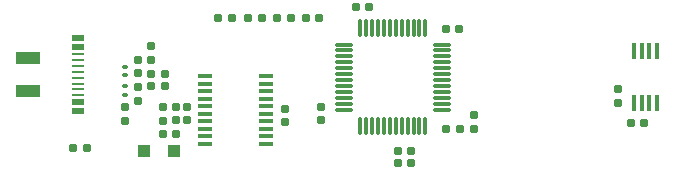
<source format=gtp>
G04 #@! TF.GenerationSoftware,KiCad,Pcbnew,(6.0.1)*
G04 #@! TF.CreationDate,2023-03-18T21:45:00+01:00*
G04 #@! TF.ProjectId,usb-magnetometer,7573622d-6d61-4676-9e65-746f6d657465,rev?*
G04 #@! TF.SameCoordinates,Original*
G04 #@! TF.FileFunction,Paste,Top*
G04 #@! TF.FilePolarity,Positive*
%FSLAX46Y46*%
G04 Gerber Fmt 4.6, Leading zero omitted, Abs format (unit mm)*
G04 Created by KiCad (PCBNEW (6.0.1)) date 2023-03-18 21:45:00*
%MOMM*%
%LPD*%
G01*
G04 APERTURE LIST*
G04 Aperture macros list*
%AMRoundRect*
0 Rectangle with rounded corners*
0 $1 Rounding radius*
0 $2 $3 $4 $5 $6 $7 $8 $9 X,Y pos of 4 corners*
0 Add a 4 corners polygon primitive as box body*
4,1,4,$2,$3,$4,$5,$6,$7,$8,$9,$2,$3,0*
0 Add four circle primitives for the rounded corners*
1,1,$1+$1,$2,$3*
1,1,$1+$1,$4,$5*
1,1,$1+$1,$6,$7*
1,1,$1+$1,$8,$9*
0 Add four rect primitives between the rounded corners*
20,1,$1+$1,$2,$3,$4,$5,0*
20,1,$1+$1,$4,$5,$6,$7,0*
20,1,$1+$1,$6,$7,$8,$9,0*
20,1,$1+$1,$8,$9,$2,$3,0*%
G04 Aperture macros list end*
%ADD10RoundRect,0.160000X-0.197500X-0.160000X0.197500X-0.160000X0.197500X0.160000X-0.197500X0.160000X0*%
%ADD11RoundRect,0.050000X0.200000X-0.100000X0.200000X0.100000X-0.200000X0.100000X-0.200000X-0.100000X0*%
%ADD12RoundRect,0.075000X0.075000X-0.662500X0.075000X0.662500X-0.075000X0.662500X-0.075000X-0.662500X0*%
%ADD13RoundRect,0.075000X0.662500X-0.075000X0.662500X0.075000X-0.662500X0.075000X-0.662500X-0.075000X0*%
%ADD14RoundRect,0.155000X0.155000X-0.212500X0.155000X0.212500X-0.155000X0.212500X-0.155000X-0.212500X0*%
%ADD15RoundRect,0.160000X-0.160000X0.197500X-0.160000X-0.197500X0.160000X-0.197500X0.160000X0.197500X0*%
%ADD16RoundRect,0.155000X-0.155000X0.212500X-0.155000X-0.212500X0.155000X-0.212500X0.155000X0.212500X0*%
%ADD17R,1.000000X1.000000*%
%ADD18RoundRect,0.160000X0.160000X-0.197500X0.160000X0.197500X-0.160000X0.197500X-0.160000X-0.197500X0*%
%ADD19R,2.000000X1.000000*%
%ADD20R,1.000000X0.520000*%
%ADD21R,1.000000X0.270000*%
%ADD22RoundRect,0.155000X0.212500X0.155000X-0.212500X0.155000X-0.212500X-0.155000X0.212500X-0.155000X0*%
%ADD23RoundRect,0.160000X0.197500X0.160000X-0.197500X0.160000X-0.197500X-0.160000X0.197500X-0.160000X0*%
%ADD24RoundRect,0.155000X-0.212500X-0.155000X0.212500X-0.155000X0.212500X0.155000X-0.212500X0.155000X0*%
%ADD25R,0.450000X1.450000*%
%ADD26RoundRect,0.050000X-0.200000X0.100000X-0.200000X-0.100000X0.200000X-0.100000X0.200000X0.100000X0*%
%ADD27R,1.200000X0.400000*%
G04 APERTURE END LIST*
D10*
X85202500Y-147700000D03*
X86397500Y-147700000D03*
D11*
X58000000Y-143150000D03*
X58000000Y-142450000D03*
D10*
X60202500Y-144100000D03*
X61397500Y-144100000D03*
D12*
X77950000Y-147462500D03*
X78450000Y-147462500D03*
X78950000Y-147462500D03*
X79450000Y-147462500D03*
X79950000Y-147462500D03*
X80450000Y-147462500D03*
X80950000Y-147462500D03*
X81450000Y-147462500D03*
X81950000Y-147462500D03*
X82450000Y-147462500D03*
X82950000Y-147462500D03*
X83450000Y-147462500D03*
D13*
X84862500Y-146050000D03*
X84862500Y-145550000D03*
X84862500Y-145050000D03*
X84862500Y-144550000D03*
X84862500Y-144050000D03*
X84862500Y-143550000D03*
X84862500Y-143050000D03*
X84862500Y-142550000D03*
X84862500Y-142050000D03*
X84862500Y-141550000D03*
X84862500Y-141050000D03*
X84862500Y-140550000D03*
D12*
X83450000Y-139137500D03*
X82950000Y-139137500D03*
X82450000Y-139137500D03*
X81950000Y-139137500D03*
X81450000Y-139137500D03*
X80950000Y-139137500D03*
X80450000Y-139137500D03*
X79950000Y-139137500D03*
X79450000Y-139137500D03*
X78950000Y-139137500D03*
X78450000Y-139137500D03*
X77950000Y-139137500D03*
D13*
X76537500Y-140550000D03*
X76537500Y-141050000D03*
X76537500Y-141550000D03*
X76537500Y-142050000D03*
X76537500Y-142550000D03*
X76537500Y-143050000D03*
X76537500Y-143550000D03*
X76537500Y-144050000D03*
X76537500Y-144550000D03*
X76537500Y-145050000D03*
X76537500Y-145550000D03*
X76537500Y-146050000D03*
D14*
X59100000Y-143000000D03*
X59100000Y-141865000D03*
D15*
X58000000Y-145802500D03*
X58000000Y-146997500D03*
D16*
X63300000Y-145832500D03*
X63300000Y-146967500D03*
D17*
X59650000Y-149600000D03*
X62150000Y-149600000D03*
D18*
X87600000Y-147697500D03*
X87600000Y-146502500D03*
D19*
X49800000Y-144500000D03*
X49800000Y-141700000D03*
D20*
X54000000Y-140000000D03*
X54000000Y-140750000D03*
D21*
X54000000Y-141350000D03*
X54000000Y-142850000D03*
X54000000Y-143850000D03*
X54000000Y-144850000D03*
D20*
X54000000Y-145450000D03*
X54000000Y-146200000D03*
X54000000Y-146200000D03*
X54000000Y-145450000D03*
D21*
X54000000Y-144350000D03*
X54000000Y-143350000D03*
X54000000Y-142350000D03*
X54000000Y-141850000D03*
D20*
X54000000Y-140750000D03*
X54000000Y-140000000D03*
D22*
X82267500Y-149550000D03*
X81132500Y-149550000D03*
D14*
X74600000Y-146967500D03*
X74600000Y-145832500D03*
D23*
X54797500Y-149300000D03*
X53602500Y-149300000D03*
D10*
X65902500Y-138300000D03*
X67097500Y-138300000D03*
X68402500Y-138300000D03*
X69597500Y-138300000D03*
D14*
X71600000Y-147135000D03*
X71600000Y-146000000D03*
D24*
X77582500Y-137400000D03*
X78717500Y-137400000D03*
D25*
X103075000Y-141100000D03*
X102425000Y-141100000D03*
X101775000Y-141100000D03*
X101125000Y-141100000D03*
X101125000Y-145500000D03*
X101775000Y-145500000D03*
X102425000Y-145500000D03*
X103075000Y-145500000D03*
D14*
X99800000Y-145467500D03*
X99800000Y-144332500D03*
D26*
X58000000Y-144082500D03*
X58000000Y-144782500D03*
D27*
X70000000Y-148957500D03*
X70000000Y-148322500D03*
X70000000Y-147687500D03*
X70000000Y-147052500D03*
X70000000Y-146417500D03*
X70000000Y-145782500D03*
X70000000Y-145147500D03*
X70000000Y-144512500D03*
X70000000Y-143877500D03*
X70000000Y-143242500D03*
X64800000Y-143242500D03*
X64800000Y-143877500D03*
X64800000Y-144512500D03*
X64800000Y-145147500D03*
X64800000Y-145782500D03*
X64800000Y-146417500D03*
X64800000Y-147052500D03*
X64800000Y-147687500D03*
X64800000Y-148322500D03*
X64800000Y-148957500D03*
D16*
X62300000Y-145832500D03*
X62300000Y-146967500D03*
D18*
X60200000Y-141897500D03*
X60200000Y-140702500D03*
D24*
X73332500Y-138300000D03*
X74467500Y-138300000D03*
D10*
X70902500Y-138300000D03*
X72097500Y-138300000D03*
D22*
X82267500Y-150600000D03*
X81132500Y-150600000D03*
D10*
X60202500Y-143032500D03*
X61397500Y-143032500D03*
D24*
X100832500Y-147200000D03*
X101967500Y-147200000D03*
X85182500Y-139200000D03*
X86317500Y-139200000D03*
D16*
X59100000Y-144165000D03*
X59100000Y-145300000D03*
D18*
X61200000Y-146997500D03*
X61200000Y-145802500D03*
D24*
X61232500Y-148100000D03*
X62367500Y-148100000D03*
M02*

</source>
